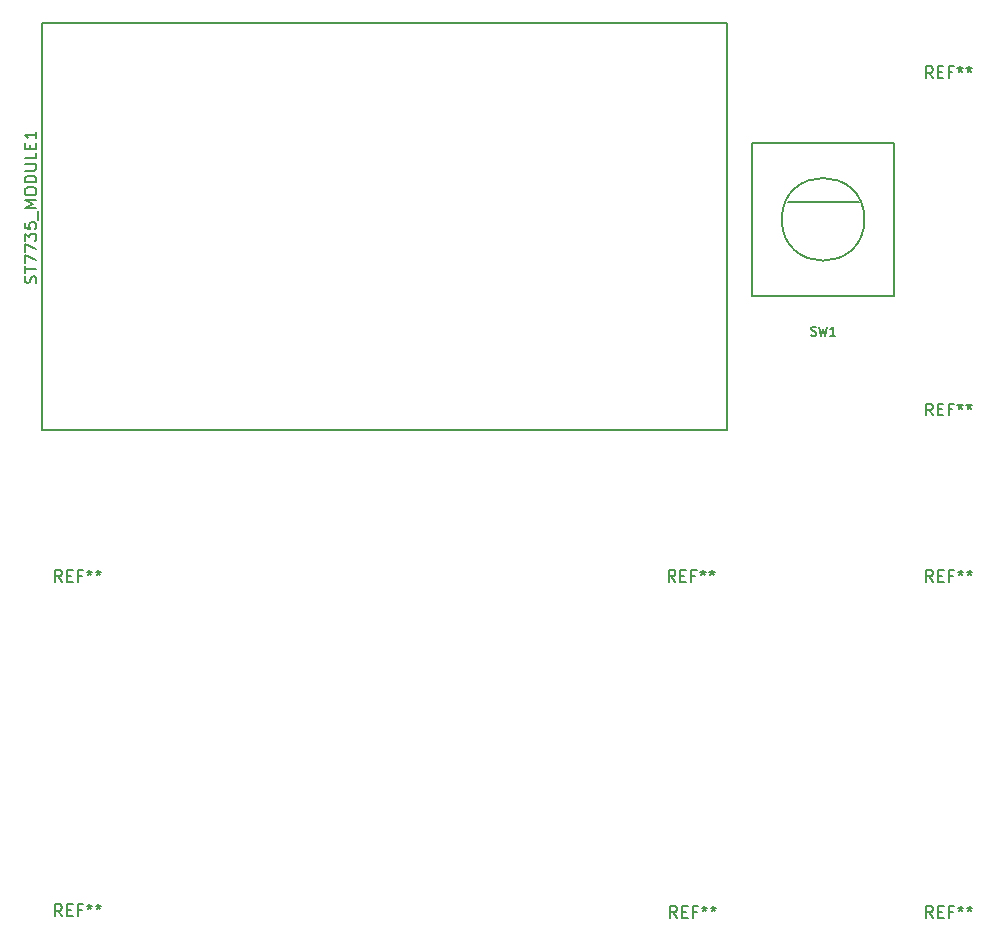
<source format=gto>
G04 #@! TF.FileFunction,Legend,Top*
%FSLAX46Y46*%
G04 Gerber Fmt 4.6, Leading zero omitted, Abs format (unit mm)*
G04 Created by KiCad (PCBNEW 4.0.5+dfsg1-4) date Tue Jan  9 18:08:06 2018*
%MOMM*%
%LPD*%
G01*
G04 APERTURE LIST*
%ADD10C,0.100000*%
%ADD11C,0.203200*%
%ADD12C,0.150000*%
%ADD13C,0.152400*%
G04 APERTURE END LIST*
D10*
D11*
X154130000Y-87400000D02*
X148130000Y-87400000D01*
X154630000Y-88900000D02*
G75*
G03X154630000Y-88900000I-3500000J0D01*
G01*
X157130000Y-95400000D02*
X145130000Y-95400000D01*
X145130000Y-95400000D02*
X145130000Y-82400000D01*
X145130000Y-82400000D02*
X157130000Y-82400000D01*
X157130000Y-82400000D02*
X157130000Y-95400000D01*
D12*
X85003000Y-106264000D02*
X85003000Y-106764000D01*
X85003000Y-106764000D02*
X143003000Y-106764000D01*
X143003000Y-72264000D02*
X143003000Y-106764000D01*
X142503000Y-72264000D02*
X143003000Y-72264000D01*
X85003000Y-72264000D02*
X142503000Y-72264000D01*
X85003000Y-72264000D02*
X85003000Y-106264000D01*
X160413867Y-105506781D02*
X160080533Y-105030590D01*
X159842438Y-105506781D02*
X159842438Y-104506781D01*
X160223391Y-104506781D01*
X160318629Y-104554400D01*
X160366248Y-104602019D01*
X160413867Y-104697257D01*
X160413867Y-104840114D01*
X160366248Y-104935352D01*
X160318629Y-104982971D01*
X160223391Y-105030590D01*
X159842438Y-105030590D01*
X160842438Y-104982971D02*
X161175772Y-104982971D01*
X161318629Y-105506781D02*
X160842438Y-105506781D01*
X160842438Y-104506781D01*
X161318629Y-104506781D01*
X162080534Y-104982971D02*
X161747200Y-104982971D01*
X161747200Y-105506781D02*
X161747200Y-104506781D01*
X162223391Y-104506781D01*
X162747200Y-104506781D02*
X162747200Y-104744876D01*
X162509105Y-104649638D02*
X162747200Y-104744876D01*
X162985296Y-104649638D01*
X162604343Y-104935352D02*
X162747200Y-104744876D01*
X162890058Y-104935352D01*
X163509105Y-104506781D02*
X163509105Y-104744876D01*
X163271010Y-104649638D02*
X163509105Y-104744876D01*
X163747201Y-104649638D01*
X163366248Y-104935352D02*
X163509105Y-104744876D01*
X163651963Y-104935352D01*
X160413867Y-76957181D02*
X160080533Y-76480990D01*
X159842438Y-76957181D02*
X159842438Y-75957181D01*
X160223391Y-75957181D01*
X160318629Y-76004800D01*
X160366248Y-76052419D01*
X160413867Y-76147657D01*
X160413867Y-76290514D01*
X160366248Y-76385752D01*
X160318629Y-76433371D01*
X160223391Y-76480990D01*
X159842438Y-76480990D01*
X160842438Y-76433371D02*
X161175772Y-76433371D01*
X161318629Y-76957181D02*
X160842438Y-76957181D01*
X160842438Y-75957181D01*
X161318629Y-75957181D01*
X162080534Y-76433371D02*
X161747200Y-76433371D01*
X161747200Y-76957181D02*
X161747200Y-75957181D01*
X162223391Y-75957181D01*
X162747200Y-75957181D02*
X162747200Y-76195276D01*
X162509105Y-76100038D02*
X162747200Y-76195276D01*
X162985296Y-76100038D01*
X162604343Y-76385752D02*
X162747200Y-76195276D01*
X162890058Y-76385752D01*
X163509105Y-75957181D02*
X163509105Y-76195276D01*
X163271010Y-76100038D02*
X163509105Y-76195276D01*
X163747201Y-76100038D01*
X163366248Y-76385752D02*
X163509105Y-76195276D01*
X163651963Y-76385752D01*
X160439267Y-119578381D02*
X160105933Y-119102190D01*
X159867838Y-119578381D02*
X159867838Y-118578381D01*
X160248791Y-118578381D01*
X160344029Y-118626000D01*
X160391648Y-118673619D01*
X160439267Y-118768857D01*
X160439267Y-118911714D01*
X160391648Y-119006952D01*
X160344029Y-119054571D01*
X160248791Y-119102190D01*
X159867838Y-119102190D01*
X160867838Y-119054571D02*
X161201172Y-119054571D01*
X161344029Y-119578381D02*
X160867838Y-119578381D01*
X160867838Y-118578381D01*
X161344029Y-118578381D01*
X162105934Y-119054571D02*
X161772600Y-119054571D01*
X161772600Y-119578381D02*
X161772600Y-118578381D01*
X162248791Y-118578381D01*
X162772600Y-118578381D02*
X162772600Y-118816476D01*
X162534505Y-118721238D02*
X162772600Y-118816476D01*
X163010696Y-118721238D01*
X162629743Y-119006952D02*
X162772600Y-118816476D01*
X162915458Y-119006952D01*
X163534505Y-118578381D02*
X163534505Y-118816476D01*
X163296410Y-118721238D02*
X163534505Y-118816476D01*
X163772601Y-118721238D01*
X163391648Y-119006952D02*
X163534505Y-118816476D01*
X163677363Y-119006952D01*
X160439267Y-148026381D02*
X160105933Y-147550190D01*
X159867838Y-148026381D02*
X159867838Y-147026381D01*
X160248791Y-147026381D01*
X160344029Y-147074000D01*
X160391648Y-147121619D01*
X160439267Y-147216857D01*
X160439267Y-147359714D01*
X160391648Y-147454952D01*
X160344029Y-147502571D01*
X160248791Y-147550190D01*
X159867838Y-147550190D01*
X160867838Y-147502571D02*
X161201172Y-147502571D01*
X161344029Y-148026381D02*
X160867838Y-148026381D01*
X160867838Y-147026381D01*
X161344029Y-147026381D01*
X162105934Y-147502571D02*
X161772600Y-147502571D01*
X161772600Y-148026381D02*
X161772600Y-147026381D01*
X162248791Y-147026381D01*
X162772600Y-147026381D02*
X162772600Y-147264476D01*
X162534505Y-147169238D02*
X162772600Y-147264476D01*
X163010696Y-147169238D01*
X162629743Y-147454952D02*
X162772600Y-147264476D01*
X162915458Y-147454952D01*
X163534505Y-147026381D02*
X163534505Y-147264476D01*
X163296410Y-147169238D02*
X163534505Y-147264476D01*
X163772601Y-147169238D01*
X163391648Y-147454952D02*
X163534505Y-147264476D01*
X163677363Y-147454952D01*
D13*
X150114001Y-98708429D02*
X150222858Y-98744714D01*
X150404287Y-98744714D01*
X150476858Y-98708429D01*
X150513144Y-98672143D01*
X150549429Y-98599571D01*
X150549429Y-98527000D01*
X150513144Y-98454429D01*
X150476858Y-98418143D01*
X150404287Y-98381857D01*
X150259144Y-98345571D01*
X150186572Y-98309286D01*
X150150287Y-98273000D01*
X150114001Y-98200429D01*
X150114001Y-98127857D01*
X150150287Y-98055286D01*
X150186572Y-98019000D01*
X150259144Y-97982714D01*
X150440572Y-97982714D01*
X150549429Y-98019000D01*
X150803429Y-97982714D02*
X150984858Y-98744714D01*
X151130001Y-98200429D01*
X151275143Y-98744714D01*
X151456572Y-97982714D01*
X152146000Y-98744714D02*
X151710572Y-98744714D01*
X151928286Y-98744714D02*
X151928286Y-97982714D01*
X151855715Y-98091571D01*
X151783143Y-98164143D01*
X151710572Y-98200429D01*
D12*
X138620667Y-119578381D02*
X138287333Y-119102190D01*
X138049238Y-119578381D02*
X138049238Y-118578381D01*
X138430191Y-118578381D01*
X138525429Y-118626000D01*
X138573048Y-118673619D01*
X138620667Y-118768857D01*
X138620667Y-118911714D01*
X138573048Y-119006952D01*
X138525429Y-119054571D01*
X138430191Y-119102190D01*
X138049238Y-119102190D01*
X139049238Y-119054571D02*
X139382572Y-119054571D01*
X139525429Y-119578381D02*
X139049238Y-119578381D01*
X139049238Y-118578381D01*
X139525429Y-118578381D01*
X140287334Y-119054571D02*
X139954000Y-119054571D01*
X139954000Y-119578381D02*
X139954000Y-118578381D01*
X140430191Y-118578381D01*
X140954000Y-118578381D02*
X140954000Y-118816476D01*
X140715905Y-118721238D02*
X140954000Y-118816476D01*
X141192096Y-118721238D01*
X140811143Y-119006952D02*
X140954000Y-118816476D01*
X141096858Y-119006952D01*
X141715905Y-118578381D02*
X141715905Y-118816476D01*
X141477810Y-118721238D02*
X141715905Y-118816476D01*
X141954001Y-118721238D01*
X141573048Y-119006952D02*
X141715905Y-118816476D01*
X141858763Y-119006952D01*
X138747667Y-148026381D02*
X138414333Y-147550190D01*
X138176238Y-148026381D02*
X138176238Y-147026381D01*
X138557191Y-147026381D01*
X138652429Y-147074000D01*
X138700048Y-147121619D01*
X138747667Y-147216857D01*
X138747667Y-147359714D01*
X138700048Y-147454952D01*
X138652429Y-147502571D01*
X138557191Y-147550190D01*
X138176238Y-147550190D01*
X139176238Y-147502571D02*
X139509572Y-147502571D01*
X139652429Y-148026381D02*
X139176238Y-148026381D01*
X139176238Y-147026381D01*
X139652429Y-147026381D01*
X140414334Y-147502571D02*
X140081000Y-147502571D01*
X140081000Y-148026381D02*
X140081000Y-147026381D01*
X140557191Y-147026381D01*
X141081000Y-147026381D02*
X141081000Y-147264476D01*
X140842905Y-147169238D02*
X141081000Y-147264476D01*
X141319096Y-147169238D01*
X140938143Y-147454952D02*
X141081000Y-147264476D01*
X141223858Y-147454952D01*
X141842905Y-147026381D02*
X141842905Y-147264476D01*
X141604810Y-147169238D02*
X141842905Y-147264476D01*
X142081001Y-147169238D01*
X141700048Y-147454952D02*
X141842905Y-147264476D01*
X141985763Y-147454952D01*
X86677667Y-147899381D02*
X86344333Y-147423190D01*
X86106238Y-147899381D02*
X86106238Y-146899381D01*
X86487191Y-146899381D01*
X86582429Y-146947000D01*
X86630048Y-146994619D01*
X86677667Y-147089857D01*
X86677667Y-147232714D01*
X86630048Y-147327952D01*
X86582429Y-147375571D01*
X86487191Y-147423190D01*
X86106238Y-147423190D01*
X87106238Y-147375571D02*
X87439572Y-147375571D01*
X87582429Y-147899381D02*
X87106238Y-147899381D01*
X87106238Y-146899381D01*
X87582429Y-146899381D01*
X88344334Y-147375571D02*
X88011000Y-147375571D01*
X88011000Y-147899381D02*
X88011000Y-146899381D01*
X88487191Y-146899381D01*
X89011000Y-146899381D02*
X89011000Y-147137476D01*
X88772905Y-147042238D02*
X89011000Y-147137476D01*
X89249096Y-147042238D01*
X88868143Y-147327952D02*
X89011000Y-147137476D01*
X89153858Y-147327952D01*
X89772905Y-146899381D02*
X89772905Y-147137476D01*
X89534810Y-147042238D02*
X89772905Y-147137476D01*
X90011001Y-147042238D01*
X89630048Y-147327952D02*
X89772905Y-147137476D01*
X89915763Y-147327952D01*
X86677667Y-119578381D02*
X86344333Y-119102190D01*
X86106238Y-119578381D02*
X86106238Y-118578381D01*
X86487191Y-118578381D01*
X86582429Y-118626000D01*
X86630048Y-118673619D01*
X86677667Y-118768857D01*
X86677667Y-118911714D01*
X86630048Y-119006952D01*
X86582429Y-119054571D01*
X86487191Y-119102190D01*
X86106238Y-119102190D01*
X87106238Y-119054571D02*
X87439572Y-119054571D01*
X87582429Y-119578381D02*
X87106238Y-119578381D01*
X87106238Y-118578381D01*
X87582429Y-118578381D01*
X88344334Y-119054571D02*
X88011000Y-119054571D01*
X88011000Y-119578381D02*
X88011000Y-118578381D01*
X88487191Y-118578381D01*
X89011000Y-118578381D02*
X89011000Y-118816476D01*
X88772905Y-118721238D02*
X89011000Y-118816476D01*
X89249096Y-118721238D01*
X88868143Y-119006952D02*
X89011000Y-118816476D01*
X89153858Y-119006952D01*
X89772905Y-118578381D02*
X89772905Y-118816476D01*
X89534810Y-118721238D02*
X89772905Y-118816476D01*
X90011001Y-118721238D01*
X89630048Y-119006952D02*
X89772905Y-118816476D01*
X89915763Y-119006952D01*
X84478762Y-94288762D02*
X84526381Y-94145905D01*
X84526381Y-93907809D01*
X84478762Y-93812571D01*
X84431143Y-93764952D01*
X84335905Y-93717333D01*
X84240667Y-93717333D01*
X84145429Y-93764952D01*
X84097810Y-93812571D01*
X84050190Y-93907809D01*
X84002571Y-94098286D01*
X83954952Y-94193524D01*
X83907333Y-94241143D01*
X83812095Y-94288762D01*
X83716857Y-94288762D01*
X83621619Y-94241143D01*
X83574000Y-94193524D01*
X83526381Y-94098286D01*
X83526381Y-93860190D01*
X83574000Y-93717333D01*
X83526381Y-93431619D02*
X83526381Y-92860190D01*
X84526381Y-93145905D02*
X83526381Y-93145905D01*
X83526381Y-92622095D02*
X83526381Y-91955428D01*
X84526381Y-92384000D01*
X83526381Y-91669714D02*
X83526381Y-91003047D01*
X84526381Y-91431619D01*
X83526381Y-90717333D02*
X83526381Y-90098285D01*
X83907333Y-90431619D01*
X83907333Y-90288761D01*
X83954952Y-90193523D01*
X84002571Y-90145904D01*
X84097810Y-90098285D01*
X84335905Y-90098285D01*
X84431143Y-90145904D01*
X84478762Y-90193523D01*
X84526381Y-90288761D01*
X84526381Y-90574476D01*
X84478762Y-90669714D01*
X84431143Y-90717333D01*
X83526381Y-89193523D02*
X83526381Y-89669714D01*
X84002571Y-89717333D01*
X83954952Y-89669714D01*
X83907333Y-89574476D01*
X83907333Y-89336380D01*
X83954952Y-89241142D01*
X84002571Y-89193523D01*
X84097810Y-89145904D01*
X84335905Y-89145904D01*
X84431143Y-89193523D01*
X84478762Y-89241142D01*
X84526381Y-89336380D01*
X84526381Y-89574476D01*
X84478762Y-89669714D01*
X84431143Y-89717333D01*
X84621619Y-88955428D02*
X84621619Y-88193523D01*
X84526381Y-87955428D02*
X83526381Y-87955428D01*
X84240667Y-87622094D01*
X83526381Y-87288761D01*
X84526381Y-87288761D01*
X83526381Y-86622095D02*
X83526381Y-86431618D01*
X83574000Y-86336380D01*
X83669238Y-86241142D01*
X83859714Y-86193523D01*
X84193048Y-86193523D01*
X84383524Y-86241142D01*
X84478762Y-86336380D01*
X84526381Y-86431618D01*
X84526381Y-86622095D01*
X84478762Y-86717333D01*
X84383524Y-86812571D01*
X84193048Y-86860190D01*
X83859714Y-86860190D01*
X83669238Y-86812571D01*
X83574000Y-86717333D01*
X83526381Y-86622095D01*
X84526381Y-85764952D02*
X83526381Y-85764952D01*
X83526381Y-85526857D01*
X83574000Y-85383999D01*
X83669238Y-85288761D01*
X83764476Y-85241142D01*
X83954952Y-85193523D01*
X84097810Y-85193523D01*
X84288286Y-85241142D01*
X84383524Y-85288761D01*
X84478762Y-85383999D01*
X84526381Y-85526857D01*
X84526381Y-85764952D01*
X83526381Y-84764952D02*
X84335905Y-84764952D01*
X84431143Y-84717333D01*
X84478762Y-84669714D01*
X84526381Y-84574476D01*
X84526381Y-84383999D01*
X84478762Y-84288761D01*
X84431143Y-84241142D01*
X84335905Y-84193523D01*
X83526381Y-84193523D01*
X84526381Y-83241142D02*
X84526381Y-83717333D01*
X83526381Y-83717333D01*
X84002571Y-82907809D02*
X84002571Y-82574475D01*
X84526381Y-82431618D02*
X84526381Y-82907809D01*
X83526381Y-82907809D01*
X83526381Y-82431618D01*
X84526381Y-81479237D02*
X84526381Y-82050666D01*
X84526381Y-81764952D02*
X83526381Y-81764952D01*
X83669238Y-81860190D01*
X83764476Y-81955428D01*
X83812095Y-82050666D01*
M02*

</source>
